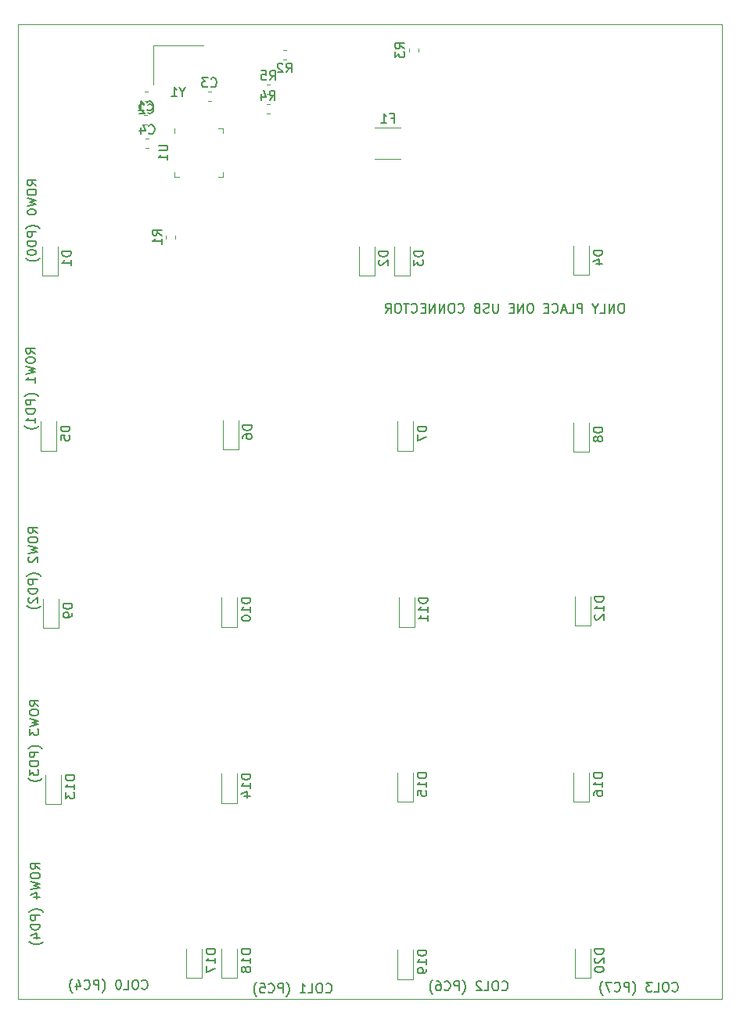
<source format=gbo>
G04 #@! TF.GenerationSoftware,KiCad,Pcbnew,(5.1.2)-2*
G04 #@! TF.CreationDate,2019-06-20T10:34:22-04:00*
G04 #@! TF.ProjectId,macropad,6d616372-6f70-4616-942e-6b696361645f,rev?*
G04 #@! TF.SameCoordinates,Original*
G04 #@! TF.FileFunction,Legend,Bot*
G04 #@! TF.FilePolarity,Positive*
%FSLAX46Y46*%
G04 Gerber Fmt 4.6, Leading zero omitted, Abs format (unit mm)*
G04 Created by KiCad (PCBNEW (5.1.2)-2) date 2019-06-20 10:34:22*
%MOMM*%
%LPD*%
G04 APERTURE LIST*
%ADD10C,0.150000*%
%ADD11C,0.100000*%
%ADD12C,0.120000*%
G04 APERTURE END LIST*
D10*
X98496380Y-55523285D02*
X98020190Y-55189952D01*
X98496380Y-54951857D02*
X97496380Y-54951857D01*
X97496380Y-55332809D01*
X97544000Y-55428047D01*
X97591619Y-55475666D01*
X97686857Y-55523285D01*
X97829714Y-55523285D01*
X97924952Y-55475666D01*
X97972571Y-55428047D01*
X98020190Y-55332809D01*
X98020190Y-54951857D01*
X97496380Y-56142333D02*
X97496380Y-56332809D01*
X97544000Y-56428047D01*
X97639238Y-56523285D01*
X97829714Y-56570904D01*
X98163047Y-56570904D01*
X98353523Y-56523285D01*
X98448761Y-56428047D01*
X98496380Y-56332809D01*
X98496380Y-56142333D01*
X98448761Y-56047095D01*
X98353523Y-55951857D01*
X98163047Y-55904238D01*
X97829714Y-55904238D01*
X97639238Y-55951857D01*
X97544000Y-56047095D01*
X97496380Y-56142333D01*
X97496380Y-56904238D02*
X98496380Y-57142333D01*
X97782095Y-57332809D01*
X98496380Y-57523285D01*
X97496380Y-57761380D01*
X97496380Y-58332809D02*
X97496380Y-58428047D01*
X97544000Y-58523285D01*
X97591619Y-58570904D01*
X97686857Y-58618523D01*
X97877333Y-58666142D01*
X98115428Y-58666142D01*
X98305904Y-58618523D01*
X98401142Y-58570904D01*
X98448761Y-58523285D01*
X98496380Y-58428047D01*
X98496380Y-58332809D01*
X98448761Y-58237571D01*
X98401142Y-58189952D01*
X98305904Y-58142333D01*
X98115428Y-58094714D01*
X97877333Y-58094714D01*
X97686857Y-58142333D01*
X97591619Y-58189952D01*
X97544000Y-58237571D01*
X97496380Y-58332809D01*
X98877333Y-60142333D02*
X98829714Y-60094714D01*
X98686857Y-59999476D01*
X98591619Y-59951857D01*
X98448761Y-59904238D01*
X98210666Y-59856619D01*
X98020190Y-59856619D01*
X97782095Y-59904238D01*
X97639238Y-59951857D01*
X97544000Y-59999476D01*
X97401142Y-60094714D01*
X97353523Y-60142333D01*
X98496380Y-60523285D02*
X97496380Y-60523285D01*
X97496380Y-60904238D01*
X97544000Y-60999476D01*
X97591619Y-61047095D01*
X97686857Y-61094714D01*
X97829714Y-61094714D01*
X97924952Y-61047095D01*
X97972571Y-60999476D01*
X98020190Y-60904238D01*
X98020190Y-60523285D01*
X98496380Y-61523285D02*
X97496380Y-61523285D01*
X97496380Y-61761380D01*
X97544000Y-61904238D01*
X97639238Y-61999476D01*
X97734476Y-62047095D01*
X97924952Y-62094714D01*
X98067809Y-62094714D01*
X98258285Y-62047095D01*
X98353523Y-61999476D01*
X98448761Y-61904238D01*
X98496380Y-61761380D01*
X98496380Y-61523285D01*
X97496380Y-62713761D02*
X97496380Y-62809000D01*
X97544000Y-62904238D01*
X97591619Y-62951857D01*
X97686857Y-62999476D01*
X97877333Y-63047095D01*
X98115428Y-63047095D01*
X98305904Y-62999476D01*
X98401142Y-62951857D01*
X98448761Y-62904238D01*
X98496380Y-62809000D01*
X98496380Y-62713761D01*
X98448761Y-62618523D01*
X98401142Y-62570904D01*
X98305904Y-62523285D01*
X98115428Y-62475666D01*
X97877333Y-62475666D01*
X97686857Y-62523285D01*
X97591619Y-62570904D01*
X97544000Y-62618523D01*
X97496380Y-62713761D01*
X98877333Y-63380428D02*
X98829714Y-63428047D01*
X98686857Y-63523285D01*
X98591619Y-63570904D01*
X98448761Y-63618523D01*
X98210666Y-63666142D01*
X98020190Y-63666142D01*
X97782095Y-63618523D01*
X97639238Y-63570904D01*
X97544000Y-63523285D01*
X97401142Y-63428047D01*
X97353523Y-63380428D01*
X98369380Y-73684285D02*
X97893190Y-73350952D01*
X98369380Y-73112857D02*
X97369380Y-73112857D01*
X97369380Y-73493809D01*
X97417000Y-73589047D01*
X97464619Y-73636666D01*
X97559857Y-73684285D01*
X97702714Y-73684285D01*
X97797952Y-73636666D01*
X97845571Y-73589047D01*
X97893190Y-73493809D01*
X97893190Y-73112857D01*
X97369380Y-74303333D02*
X97369380Y-74493809D01*
X97417000Y-74589047D01*
X97512238Y-74684285D01*
X97702714Y-74731904D01*
X98036047Y-74731904D01*
X98226523Y-74684285D01*
X98321761Y-74589047D01*
X98369380Y-74493809D01*
X98369380Y-74303333D01*
X98321761Y-74208095D01*
X98226523Y-74112857D01*
X98036047Y-74065238D01*
X97702714Y-74065238D01*
X97512238Y-74112857D01*
X97417000Y-74208095D01*
X97369380Y-74303333D01*
X97369380Y-75065238D02*
X98369380Y-75303333D01*
X97655095Y-75493809D01*
X98369380Y-75684285D01*
X97369380Y-75922380D01*
X98369380Y-76827142D02*
X98369380Y-76255714D01*
X98369380Y-76541428D02*
X97369380Y-76541428D01*
X97512238Y-76446190D01*
X97607476Y-76350952D01*
X97655095Y-76255714D01*
X98750333Y-78303333D02*
X98702714Y-78255714D01*
X98559857Y-78160476D01*
X98464619Y-78112857D01*
X98321761Y-78065238D01*
X98083666Y-78017619D01*
X97893190Y-78017619D01*
X97655095Y-78065238D01*
X97512238Y-78112857D01*
X97417000Y-78160476D01*
X97274142Y-78255714D01*
X97226523Y-78303333D01*
X98369380Y-78684285D02*
X97369380Y-78684285D01*
X97369380Y-79065238D01*
X97417000Y-79160476D01*
X97464619Y-79208095D01*
X97559857Y-79255714D01*
X97702714Y-79255714D01*
X97797952Y-79208095D01*
X97845571Y-79160476D01*
X97893190Y-79065238D01*
X97893190Y-78684285D01*
X98369380Y-79684285D02*
X97369380Y-79684285D01*
X97369380Y-79922380D01*
X97417000Y-80065238D01*
X97512238Y-80160476D01*
X97607476Y-80208095D01*
X97797952Y-80255714D01*
X97940809Y-80255714D01*
X98131285Y-80208095D01*
X98226523Y-80160476D01*
X98321761Y-80065238D01*
X98369380Y-79922380D01*
X98369380Y-79684285D01*
X98369380Y-81208095D02*
X98369380Y-80636666D01*
X98369380Y-80922380D02*
X97369380Y-80922380D01*
X97512238Y-80827142D01*
X97607476Y-80731904D01*
X97655095Y-80636666D01*
X98750333Y-81541428D02*
X98702714Y-81589047D01*
X98559857Y-81684285D01*
X98464619Y-81731904D01*
X98321761Y-81779523D01*
X98083666Y-81827142D01*
X97893190Y-81827142D01*
X97655095Y-81779523D01*
X97512238Y-81731904D01*
X97417000Y-81684285D01*
X97274142Y-81589047D01*
X97226523Y-81541428D01*
X98623380Y-93115285D02*
X98147190Y-92781952D01*
X98623380Y-92543857D02*
X97623380Y-92543857D01*
X97623380Y-92924809D01*
X97671000Y-93020047D01*
X97718619Y-93067666D01*
X97813857Y-93115285D01*
X97956714Y-93115285D01*
X98051952Y-93067666D01*
X98099571Y-93020047D01*
X98147190Y-92924809D01*
X98147190Y-92543857D01*
X97623380Y-93734333D02*
X97623380Y-93924809D01*
X97671000Y-94020047D01*
X97766238Y-94115285D01*
X97956714Y-94162904D01*
X98290047Y-94162904D01*
X98480523Y-94115285D01*
X98575761Y-94020047D01*
X98623380Y-93924809D01*
X98623380Y-93734333D01*
X98575761Y-93639095D01*
X98480523Y-93543857D01*
X98290047Y-93496238D01*
X97956714Y-93496238D01*
X97766238Y-93543857D01*
X97671000Y-93639095D01*
X97623380Y-93734333D01*
X97623380Y-94496238D02*
X98623380Y-94734333D01*
X97909095Y-94924809D01*
X98623380Y-95115285D01*
X97623380Y-95353380D01*
X97718619Y-95686714D02*
X97671000Y-95734333D01*
X97623380Y-95829571D01*
X97623380Y-96067666D01*
X97671000Y-96162904D01*
X97718619Y-96210523D01*
X97813857Y-96258142D01*
X97909095Y-96258142D01*
X98051952Y-96210523D01*
X98623380Y-95639095D01*
X98623380Y-96258142D01*
X99004333Y-97734333D02*
X98956714Y-97686714D01*
X98813857Y-97591476D01*
X98718619Y-97543857D01*
X98575761Y-97496238D01*
X98337666Y-97448619D01*
X98147190Y-97448619D01*
X97909095Y-97496238D01*
X97766238Y-97543857D01*
X97671000Y-97591476D01*
X97528142Y-97686714D01*
X97480523Y-97734333D01*
X98623380Y-98115285D02*
X97623380Y-98115285D01*
X97623380Y-98496238D01*
X97671000Y-98591476D01*
X97718619Y-98639095D01*
X97813857Y-98686714D01*
X97956714Y-98686714D01*
X98051952Y-98639095D01*
X98099571Y-98591476D01*
X98147190Y-98496238D01*
X98147190Y-98115285D01*
X98623380Y-99115285D02*
X97623380Y-99115285D01*
X97623380Y-99353380D01*
X97671000Y-99496238D01*
X97766238Y-99591476D01*
X97861476Y-99639095D01*
X98051952Y-99686714D01*
X98194809Y-99686714D01*
X98385285Y-99639095D01*
X98480523Y-99591476D01*
X98575761Y-99496238D01*
X98623380Y-99353380D01*
X98623380Y-99115285D01*
X97718619Y-100067666D02*
X97671000Y-100115285D01*
X97623380Y-100210523D01*
X97623380Y-100448619D01*
X97671000Y-100543857D01*
X97718619Y-100591476D01*
X97813857Y-100639095D01*
X97909095Y-100639095D01*
X98051952Y-100591476D01*
X98623380Y-100020047D01*
X98623380Y-100639095D01*
X99004333Y-100972428D02*
X98956714Y-101020047D01*
X98813857Y-101115285D01*
X98718619Y-101162904D01*
X98575761Y-101210523D01*
X98337666Y-101258142D01*
X98147190Y-101258142D01*
X97909095Y-101210523D01*
X97766238Y-101162904D01*
X97671000Y-101115285D01*
X97528142Y-101020047D01*
X97480523Y-100972428D01*
X98750380Y-111784285D02*
X98274190Y-111450952D01*
X98750380Y-111212857D02*
X97750380Y-111212857D01*
X97750380Y-111593809D01*
X97798000Y-111689047D01*
X97845619Y-111736666D01*
X97940857Y-111784285D01*
X98083714Y-111784285D01*
X98178952Y-111736666D01*
X98226571Y-111689047D01*
X98274190Y-111593809D01*
X98274190Y-111212857D01*
X97750380Y-112403333D02*
X97750380Y-112593809D01*
X97798000Y-112689047D01*
X97893238Y-112784285D01*
X98083714Y-112831904D01*
X98417047Y-112831904D01*
X98607523Y-112784285D01*
X98702761Y-112689047D01*
X98750380Y-112593809D01*
X98750380Y-112403333D01*
X98702761Y-112308095D01*
X98607523Y-112212857D01*
X98417047Y-112165238D01*
X98083714Y-112165238D01*
X97893238Y-112212857D01*
X97798000Y-112308095D01*
X97750380Y-112403333D01*
X97750380Y-113165238D02*
X98750380Y-113403333D01*
X98036095Y-113593809D01*
X98750380Y-113784285D01*
X97750380Y-114022380D01*
X97750380Y-114308095D02*
X97750380Y-114927142D01*
X98131333Y-114593809D01*
X98131333Y-114736666D01*
X98178952Y-114831904D01*
X98226571Y-114879523D01*
X98321809Y-114927142D01*
X98559904Y-114927142D01*
X98655142Y-114879523D01*
X98702761Y-114831904D01*
X98750380Y-114736666D01*
X98750380Y-114450952D01*
X98702761Y-114355714D01*
X98655142Y-114308095D01*
X99131333Y-116403333D02*
X99083714Y-116355714D01*
X98940857Y-116260476D01*
X98845619Y-116212857D01*
X98702761Y-116165238D01*
X98464666Y-116117619D01*
X98274190Y-116117619D01*
X98036095Y-116165238D01*
X97893238Y-116212857D01*
X97798000Y-116260476D01*
X97655142Y-116355714D01*
X97607523Y-116403333D01*
X98750380Y-116784285D02*
X97750380Y-116784285D01*
X97750380Y-117165238D01*
X97798000Y-117260476D01*
X97845619Y-117308095D01*
X97940857Y-117355714D01*
X98083714Y-117355714D01*
X98178952Y-117308095D01*
X98226571Y-117260476D01*
X98274190Y-117165238D01*
X98274190Y-116784285D01*
X98750380Y-117784285D02*
X97750380Y-117784285D01*
X97750380Y-118022380D01*
X97798000Y-118165238D01*
X97893238Y-118260476D01*
X97988476Y-118308095D01*
X98178952Y-118355714D01*
X98321809Y-118355714D01*
X98512285Y-118308095D01*
X98607523Y-118260476D01*
X98702761Y-118165238D01*
X98750380Y-118022380D01*
X98750380Y-117784285D01*
X97750380Y-118689047D02*
X97750380Y-119308095D01*
X98131333Y-118974761D01*
X98131333Y-119117619D01*
X98178952Y-119212857D01*
X98226571Y-119260476D01*
X98321809Y-119308095D01*
X98559904Y-119308095D01*
X98655142Y-119260476D01*
X98702761Y-119212857D01*
X98750380Y-119117619D01*
X98750380Y-118831904D01*
X98702761Y-118736666D01*
X98655142Y-118689047D01*
X99131333Y-119641428D02*
X99083714Y-119689047D01*
X98940857Y-119784285D01*
X98845619Y-119831904D01*
X98702761Y-119879523D01*
X98464666Y-119927142D01*
X98274190Y-119927142D01*
X98036095Y-119879523D01*
X97893238Y-119831904D01*
X97798000Y-119784285D01*
X97655142Y-119689047D01*
X97607523Y-119641428D01*
X98877380Y-129437285D02*
X98401190Y-129103952D01*
X98877380Y-128865857D02*
X97877380Y-128865857D01*
X97877380Y-129246809D01*
X97925000Y-129342047D01*
X97972619Y-129389666D01*
X98067857Y-129437285D01*
X98210714Y-129437285D01*
X98305952Y-129389666D01*
X98353571Y-129342047D01*
X98401190Y-129246809D01*
X98401190Y-128865857D01*
X97877380Y-130056333D02*
X97877380Y-130246809D01*
X97925000Y-130342047D01*
X98020238Y-130437285D01*
X98210714Y-130484904D01*
X98544047Y-130484904D01*
X98734523Y-130437285D01*
X98829761Y-130342047D01*
X98877380Y-130246809D01*
X98877380Y-130056333D01*
X98829761Y-129961095D01*
X98734523Y-129865857D01*
X98544047Y-129818238D01*
X98210714Y-129818238D01*
X98020238Y-129865857D01*
X97925000Y-129961095D01*
X97877380Y-130056333D01*
X97877380Y-130818238D02*
X98877380Y-131056333D01*
X98163095Y-131246809D01*
X98877380Y-131437285D01*
X97877380Y-131675380D01*
X98210714Y-132484904D02*
X98877380Y-132484904D01*
X97829761Y-132246809D02*
X98544047Y-132008714D01*
X98544047Y-132627761D01*
X99258333Y-134056333D02*
X99210714Y-134008714D01*
X99067857Y-133913476D01*
X98972619Y-133865857D01*
X98829761Y-133818238D01*
X98591666Y-133770619D01*
X98401190Y-133770619D01*
X98163095Y-133818238D01*
X98020238Y-133865857D01*
X97925000Y-133913476D01*
X97782142Y-134008714D01*
X97734523Y-134056333D01*
X98877380Y-134437285D02*
X97877380Y-134437285D01*
X97877380Y-134818238D01*
X97925000Y-134913476D01*
X97972619Y-134961095D01*
X98067857Y-135008714D01*
X98210714Y-135008714D01*
X98305952Y-134961095D01*
X98353571Y-134913476D01*
X98401190Y-134818238D01*
X98401190Y-134437285D01*
X98877380Y-135437285D02*
X97877380Y-135437285D01*
X97877380Y-135675380D01*
X97925000Y-135818238D01*
X98020238Y-135913476D01*
X98115476Y-135961095D01*
X98305952Y-136008714D01*
X98448809Y-136008714D01*
X98639285Y-135961095D01*
X98734523Y-135913476D01*
X98829761Y-135818238D01*
X98877380Y-135675380D01*
X98877380Y-135437285D01*
X98210714Y-136865857D02*
X98877380Y-136865857D01*
X97829761Y-136627761D02*
X98544047Y-136389666D01*
X98544047Y-137008714D01*
X99258333Y-137294428D02*
X99210714Y-137342047D01*
X99067857Y-137437285D01*
X98972619Y-137484904D01*
X98829761Y-137532523D01*
X98591666Y-137580142D01*
X98401190Y-137580142D01*
X98163095Y-137532523D01*
X98020238Y-137484904D01*
X97925000Y-137437285D01*
X97782142Y-137342047D01*
X97734523Y-137294428D01*
X167322047Y-142597142D02*
X167369666Y-142644761D01*
X167512523Y-142692380D01*
X167607761Y-142692380D01*
X167750619Y-142644761D01*
X167845857Y-142549523D01*
X167893476Y-142454285D01*
X167941095Y-142263809D01*
X167941095Y-142120952D01*
X167893476Y-141930476D01*
X167845857Y-141835238D01*
X167750619Y-141740000D01*
X167607761Y-141692380D01*
X167512523Y-141692380D01*
X167369666Y-141740000D01*
X167322047Y-141787619D01*
X166703000Y-141692380D02*
X166512523Y-141692380D01*
X166417285Y-141740000D01*
X166322047Y-141835238D01*
X166274428Y-142025714D01*
X166274428Y-142359047D01*
X166322047Y-142549523D01*
X166417285Y-142644761D01*
X166512523Y-142692380D01*
X166703000Y-142692380D01*
X166798238Y-142644761D01*
X166893476Y-142549523D01*
X166941095Y-142359047D01*
X166941095Y-142025714D01*
X166893476Y-141835238D01*
X166798238Y-141740000D01*
X166703000Y-141692380D01*
X165369666Y-142692380D02*
X165845857Y-142692380D01*
X165845857Y-141692380D01*
X165131571Y-141692380D02*
X164512523Y-141692380D01*
X164845857Y-142073333D01*
X164703000Y-142073333D01*
X164607761Y-142120952D01*
X164560142Y-142168571D01*
X164512523Y-142263809D01*
X164512523Y-142501904D01*
X164560142Y-142597142D01*
X164607761Y-142644761D01*
X164703000Y-142692380D01*
X164988714Y-142692380D01*
X165083952Y-142644761D01*
X165131571Y-142597142D01*
X163036333Y-143073333D02*
X163083952Y-143025714D01*
X163179190Y-142882857D01*
X163226809Y-142787619D01*
X163274428Y-142644761D01*
X163322047Y-142406666D01*
X163322047Y-142216190D01*
X163274428Y-141978095D01*
X163226809Y-141835238D01*
X163179190Y-141740000D01*
X163083952Y-141597142D01*
X163036333Y-141549523D01*
X162655380Y-142692380D02*
X162655380Y-141692380D01*
X162274428Y-141692380D01*
X162179190Y-141740000D01*
X162131571Y-141787619D01*
X162083952Y-141882857D01*
X162083952Y-142025714D01*
X162131571Y-142120952D01*
X162179190Y-142168571D01*
X162274428Y-142216190D01*
X162655380Y-142216190D01*
X161083952Y-142597142D02*
X161131571Y-142644761D01*
X161274428Y-142692380D01*
X161369666Y-142692380D01*
X161512523Y-142644761D01*
X161607761Y-142549523D01*
X161655380Y-142454285D01*
X161703000Y-142263809D01*
X161703000Y-142120952D01*
X161655380Y-141930476D01*
X161607761Y-141835238D01*
X161512523Y-141740000D01*
X161369666Y-141692380D01*
X161274428Y-141692380D01*
X161131571Y-141740000D01*
X161083952Y-141787619D01*
X160750619Y-141692380D02*
X160083952Y-141692380D01*
X160512523Y-142692380D01*
X159798238Y-143073333D02*
X159750619Y-143025714D01*
X159655380Y-142882857D01*
X159607761Y-142787619D01*
X159560142Y-142644761D01*
X159512523Y-142406666D01*
X159512523Y-142216190D01*
X159560142Y-141978095D01*
X159607761Y-141835238D01*
X159655380Y-141740000D01*
X159750619Y-141597142D01*
X159798238Y-141549523D01*
X148907047Y-142470142D02*
X148954666Y-142517761D01*
X149097523Y-142565380D01*
X149192761Y-142565380D01*
X149335619Y-142517761D01*
X149430857Y-142422523D01*
X149478476Y-142327285D01*
X149526095Y-142136809D01*
X149526095Y-141993952D01*
X149478476Y-141803476D01*
X149430857Y-141708238D01*
X149335619Y-141613000D01*
X149192761Y-141565380D01*
X149097523Y-141565380D01*
X148954666Y-141613000D01*
X148907047Y-141660619D01*
X148288000Y-141565380D02*
X148097523Y-141565380D01*
X148002285Y-141613000D01*
X147907047Y-141708238D01*
X147859428Y-141898714D01*
X147859428Y-142232047D01*
X147907047Y-142422523D01*
X148002285Y-142517761D01*
X148097523Y-142565380D01*
X148288000Y-142565380D01*
X148383238Y-142517761D01*
X148478476Y-142422523D01*
X148526095Y-142232047D01*
X148526095Y-141898714D01*
X148478476Y-141708238D01*
X148383238Y-141613000D01*
X148288000Y-141565380D01*
X146954666Y-142565380D02*
X147430857Y-142565380D01*
X147430857Y-141565380D01*
X146668952Y-141660619D02*
X146621333Y-141613000D01*
X146526095Y-141565380D01*
X146288000Y-141565380D01*
X146192761Y-141613000D01*
X146145142Y-141660619D01*
X146097523Y-141755857D01*
X146097523Y-141851095D01*
X146145142Y-141993952D01*
X146716571Y-142565380D01*
X146097523Y-142565380D01*
X144621333Y-142946333D02*
X144668952Y-142898714D01*
X144764190Y-142755857D01*
X144811809Y-142660619D01*
X144859428Y-142517761D01*
X144907047Y-142279666D01*
X144907047Y-142089190D01*
X144859428Y-141851095D01*
X144811809Y-141708238D01*
X144764190Y-141613000D01*
X144668952Y-141470142D01*
X144621333Y-141422523D01*
X144240380Y-142565380D02*
X144240380Y-141565380D01*
X143859428Y-141565380D01*
X143764190Y-141613000D01*
X143716571Y-141660619D01*
X143668952Y-141755857D01*
X143668952Y-141898714D01*
X143716571Y-141993952D01*
X143764190Y-142041571D01*
X143859428Y-142089190D01*
X144240380Y-142089190D01*
X142668952Y-142470142D02*
X142716571Y-142517761D01*
X142859428Y-142565380D01*
X142954666Y-142565380D01*
X143097523Y-142517761D01*
X143192761Y-142422523D01*
X143240380Y-142327285D01*
X143288000Y-142136809D01*
X143288000Y-141993952D01*
X143240380Y-141803476D01*
X143192761Y-141708238D01*
X143097523Y-141613000D01*
X142954666Y-141565380D01*
X142859428Y-141565380D01*
X142716571Y-141613000D01*
X142668952Y-141660619D01*
X141811809Y-141565380D02*
X142002285Y-141565380D01*
X142097523Y-141613000D01*
X142145142Y-141660619D01*
X142240380Y-141803476D01*
X142288000Y-141993952D01*
X142288000Y-142374904D01*
X142240380Y-142470142D01*
X142192761Y-142517761D01*
X142097523Y-142565380D01*
X141907047Y-142565380D01*
X141811809Y-142517761D01*
X141764190Y-142470142D01*
X141716571Y-142374904D01*
X141716571Y-142136809D01*
X141764190Y-142041571D01*
X141811809Y-141993952D01*
X141907047Y-141946333D01*
X142097523Y-141946333D01*
X142192761Y-141993952D01*
X142240380Y-142041571D01*
X142288000Y-142136809D01*
X141383238Y-142946333D02*
X141335619Y-142898714D01*
X141240380Y-142755857D01*
X141192761Y-142660619D01*
X141145142Y-142517761D01*
X141097523Y-142279666D01*
X141097523Y-142089190D01*
X141145142Y-141851095D01*
X141192761Y-141708238D01*
X141240380Y-141613000D01*
X141335619Y-141470142D01*
X141383238Y-141422523D01*
X129857047Y-142724142D02*
X129904666Y-142771761D01*
X130047523Y-142819380D01*
X130142761Y-142819380D01*
X130285619Y-142771761D01*
X130380857Y-142676523D01*
X130428476Y-142581285D01*
X130476095Y-142390809D01*
X130476095Y-142247952D01*
X130428476Y-142057476D01*
X130380857Y-141962238D01*
X130285619Y-141867000D01*
X130142761Y-141819380D01*
X130047523Y-141819380D01*
X129904666Y-141867000D01*
X129857047Y-141914619D01*
X129238000Y-141819380D02*
X129047523Y-141819380D01*
X128952285Y-141867000D01*
X128857047Y-141962238D01*
X128809428Y-142152714D01*
X128809428Y-142486047D01*
X128857047Y-142676523D01*
X128952285Y-142771761D01*
X129047523Y-142819380D01*
X129238000Y-142819380D01*
X129333238Y-142771761D01*
X129428476Y-142676523D01*
X129476095Y-142486047D01*
X129476095Y-142152714D01*
X129428476Y-141962238D01*
X129333238Y-141867000D01*
X129238000Y-141819380D01*
X127904666Y-142819380D02*
X128380857Y-142819380D01*
X128380857Y-141819380D01*
X127047523Y-142819380D02*
X127618952Y-142819380D01*
X127333238Y-142819380D02*
X127333238Y-141819380D01*
X127428476Y-141962238D01*
X127523714Y-142057476D01*
X127618952Y-142105095D01*
X125571333Y-143200333D02*
X125618952Y-143152714D01*
X125714190Y-143009857D01*
X125761809Y-142914619D01*
X125809428Y-142771761D01*
X125857047Y-142533666D01*
X125857047Y-142343190D01*
X125809428Y-142105095D01*
X125761809Y-141962238D01*
X125714190Y-141867000D01*
X125618952Y-141724142D01*
X125571333Y-141676523D01*
X125190380Y-142819380D02*
X125190380Y-141819380D01*
X124809428Y-141819380D01*
X124714190Y-141867000D01*
X124666571Y-141914619D01*
X124618952Y-142009857D01*
X124618952Y-142152714D01*
X124666571Y-142247952D01*
X124714190Y-142295571D01*
X124809428Y-142343190D01*
X125190380Y-142343190D01*
X123618952Y-142724142D02*
X123666571Y-142771761D01*
X123809428Y-142819380D01*
X123904666Y-142819380D01*
X124047523Y-142771761D01*
X124142761Y-142676523D01*
X124190380Y-142581285D01*
X124238000Y-142390809D01*
X124238000Y-142247952D01*
X124190380Y-142057476D01*
X124142761Y-141962238D01*
X124047523Y-141867000D01*
X123904666Y-141819380D01*
X123809428Y-141819380D01*
X123666571Y-141867000D01*
X123618952Y-141914619D01*
X122714190Y-141819380D02*
X123190380Y-141819380D01*
X123238000Y-142295571D01*
X123190380Y-142247952D01*
X123095142Y-142200333D01*
X122857047Y-142200333D01*
X122761809Y-142247952D01*
X122714190Y-142295571D01*
X122666571Y-142390809D01*
X122666571Y-142628904D01*
X122714190Y-142724142D01*
X122761809Y-142771761D01*
X122857047Y-142819380D01*
X123095142Y-142819380D01*
X123190380Y-142771761D01*
X123238000Y-142724142D01*
X122333238Y-143200333D02*
X122285619Y-143152714D01*
X122190380Y-143009857D01*
X122142761Y-142914619D01*
X122095142Y-142771761D01*
X122047523Y-142533666D01*
X122047523Y-142343190D01*
X122095142Y-142105095D01*
X122142761Y-141962238D01*
X122190380Y-141867000D01*
X122285619Y-141724142D01*
X122333238Y-141676523D01*
X109918047Y-142343142D02*
X109965666Y-142390761D01*
X110108523Y-142438380D01*
X110203761Y-142438380D01*
X110346619Y-142390761D01*
X110441857Y-142295523D01*
X110489476Y-142200285D01*
X110537095Y-142009809D01*
X110537095Y-141866952D01*
X110489476Y-141676476D01*
X110441857Y-141581238D01*
X110346619Y-141486000D01*
X110203761Y-141438380D01*
X110108523Y-141438380D01*
X109965666Y-141486000D01*
X109918047Y-141533619D01*
X109299000Y-141438380D02*
X109108523Y-141438380D01*
X109013285Y-141486000D01*
X108918047Y-141581238D01*
X108870428Y-141771714D01*
X108870428Y-142105047D01*
X108918047Y-142295523D01*
X109013285Y-142390761D01*
X109108523Y-142438380D01*
X109299000Y-142438380D01*
X109394238Y-142390761D01*
X109489476Y-142295523D01*
X109537095Y-142105047D01*
X109537095Y-141771714D01*
X109489476Y-141581238D01*
X109394238Y-141486000D01*
X109299000Y-141438380D01*
X107965666Y-142438380D02*
X108441857Y-142438380D01*
X108441857Y-141438380D01*
X107441857Y-141438380D02*
X107346619Y-141438380D01*
X107251380Y-141486000D01*
X107203761Y-141533619D01*
X107156142Y-141628857D01*
X107108523Y-141819333D01*
X107108523Y-142057428D01*
X107156142Y-142247904D01*
X107203761Y-142343142D01*
X107251380Y-142390761D01*
X107346619Y-142438380D01*
X107441857Y-142438380D01*
X107537095Y-142390761D01*
X107584714Y-142343142D01*
X107632333Y-142247904D01*
X107679952Y-142057428D01*
X107679952Y-141819333D01*
X107632333Y-141628857D01*
X107584714Y-141533619D01*
X107537095Y-141486000D01*
X107441857Y-141438380D01*
X105632333Y-142819333D02*
X105679952Y-142771714D01*
X105775190Y-142628857D01*
X105822809Y-142533619D01*
X105870428Y-142390761D01*
X105918047Y-142152666D01*
X105918047Y-141962190D01*
X105870428Y-141724095D01*
X105822809Y-141581238D01*
X105775190Y-141486000D01*
X105679952Y-141343142D01*
X105632333Y-141295523D01*
X105251380Y-142438380D02*
X105251380Y-141438380D01*
X104870428Y-141438380D01*
X104775190Y-141486000D01*
X104727571Y-141533619D01*
X104679952Y-141628857D01*
X104679952Y-141771714D01*
X104727571Y-141866952D01*
X104775190Y-141914571D01*
X104870428Y-141962190D01*
X105251380Y-141962190D01*
X103679952Y-142343142D02*
X103727571Y-142390761D01*
X103870428Y-142438380D01*
X103965666Y-142438380D01*
X104108523Y-142390761D01*
X104203761Y-142295523D01*
X104251380Y-142200285D01*
X104299000Y-142009809D01*
X104299000Y-141866952D01*
X104251380Y-141676476D01*
X104203761Y-141581238D01*
X104108523Y-141486000D01*
X103965666Y-141438380D01*
X103870428Y-141438380D01*
X103727571Y-141486000D01*
X103679952Y-141533619D01*
X102822809Y-141771714D02*
X102822809Y-142438380D01*
X103060904Y-141390761D02*
X103299000Y-142105047D01*
X102679952Y-142105047D01*
X102394238Y-142819333D02*
X102346619Y-142771714D01*
X102251380Y-142628857D01*
X102203761Y-142533619D01*
X102156142Y-142390761D01*
X102108523Y-142152666D01*
X102108523Y-141962190D01*
X102156142Y-141724095D01*
X102203761Y-141581238D01*
X102251380Y-141486000D01*
X102346619Y-141343142D01*
X102394238Y-141295523D01*
X161915476Y-68286380D02*
X161725000Y-68286380D01*
X161629761Y-68334000D01*
X161534523Y-68429238D01*
X161486904Y-68619714D01*
X161486904Y-68953047D01*
X161534523Y-69143523D01*
X161629761Y-69238761D01*
X161725000Y-69286380D01*
X161915476Y-69286380D01*
X162010714Y-69238761D01*
X162105952Y-69143523D01*
X162153571Y-68953047D01*
X162153571Y-68619714D01*
X162105952Y-68429238D01*
X162010714Y-68334000D01*
X161915476Y-68286380D01*
X161058333Y-69286380D02*
X161058333Y-68286380D01*
X160486904Y-69286380D01*
X160486904Y-68286380D01*
X159534523Y-69286380D02*
X160010714Y-69286380D01*
X160010714Y-68286380D01*
X159010714Y-68810190D02*
X159010714Y-69286380D01*
X159344047Y-68286380D02*
X159010714Y-68810190D01*
X158677380Y-68286380D01*
X157582142Y-69286380D02*
X157582142Y-68286380D01*
X157201190Y-68286380D01*
X157105952Y-68334000D01*
X157058333Y-68381619D01*
X157010714Y-68476857D01*
X157010714Y-68619714D01*
X157058333Y-68714952D01*
X157105952Y-68762571D01*
X157201190Y-68810190D01*
X157582142Y-68810190D01*
X156105952Y-69286380D02*
X156582142Y-69286380D01*
X156582142Y-68286380D01*
X155820238Y-69000666D02*
X155344047Y-69000666D01*
X155915476Y-69286380D02*
X155582142Y-68286380D01*
X155248809Y-69286380D01*
X154344047Y-69191142D02*
X154391666Y-69238761D01*
X154534523Y-69286380D01*
X154629761Y-69286380D01*
X154772619Y-69238761D01*
X154867857Y-69143523D01*
X154915476Y-69048285D01*
X154963095Y-68857809D01*
X154963095Y-68714952D01*
X154915476Y-68524476D01*
X154867857Y-68429238D01*
X154772619Y-68334000D01*
X154629761Y-68286380D01*
X154534523Y-68286380D01*
X154391666Y-68334000D01*
X154344047Y-68381619D01*
X153915476Y-68762571D02*
X153582142Y-68762571D01*
X153439285Y-69286380D02*
X153915476Y-69286380D01*
X153915476Y-68286380D01*
X153439285Y-68286380D01*
X152058333Y-68286380D02*
X151867857Y-68286380D01*
X151772619Y-68334000D01*
X151677380Y-68429238D01*
X151629761Y-68619714D01*
X151629761Y-68953047D01*
X151677380Y-69143523D01*
X151772619Y-69238761D01*
X151867857Y-69286380D01*
X152058333Y-69286380D01*
X152153571Y-69238761D01*
X152248809Y-69143523D01*
X152296428Y-68953047D01*
X152296428Y-68619714D01*
X152248809Y-68429238D01*
X152153571Y-68334000D01*
X152058333Y-68286380D01*
X151201190Y-69286380D02*
X151201190Y-68286380D01*
X150629761Y-69286380D01*
X150629761Y-68286380D01*
X150153571Y-68762571D02*
X149820238Y-68762571D01*
X149677380Y-69286380D02*
X150153571Y-69286380D01*
X150153571Y-68286380D01*
X149677380Y-68286380D01*
X148486904Y-68286380D02*
X148486904Y-69095904D01*
X148439285Y-69191142D01*
X148391666Y-69238761D01*
X148296428Y-69286380D01*
X148105952Y-69286380D01*
X148010714Y-69238761D01*
X147963095Y-69191142D01*
X147915476Y-69095904D01*
X147915476Y-68286380D01*
X147486904Y-69238761D02*
X147344047Y-69286380D01*
X147105952Y-69286380D01*
X147010714Y-69238761D01*
X146963095Y-69191142D01*
X146915476Y-69095904D01*
X146915476Y-69000666D01*
X146963095Y-68905428D01*
X147010714Y-68857809D01*
X147105952Y-68810190D01*
X147296428Y-68762571D01*
X147391666Y-68714952D01*
X147439285Y-68667333D01*
X147486904Y-68572095D01*
X147486904Y-68476857D01*
X147439285Y-68381619D01*
X147391666Y-68334000D01*
X147296428Y-68286380D01*
X147058333Y-68286380D01*
X146915476Y-68334000D01*
X146153571Y-68762571D02*
X146010714Y-68810190D01*
X145963095Y-68857809D01*
X145915476Y-68953047D01*
X145915476Y-69095904D01*
X145963095Y-69191142D01*
X146010714Y-69238761D01*
X146105952Y-69286380D01*
X146486904Y-69286380D01*
X146486904Y-68286380D01*
X146153571Y-68286380D01*
X146058333Y-68334000D01*
X146010714Y-68381619D01*
X145963095Y-68476857D01*
X145963095Y-68572095D01*
X146010714Y-68667333D01*
X146058333Y-68714952D01*
X146153571Y-68762571D01*
X146486904Y-68762571D01*
X144153571Y-69191142D02*
X144201190Y-69238761D01*
X144344047Y-69286380D01*
X144439285Y-69286380D01*
X144582142Y-69238761D01*
X144677380Y-69143523D01*
X144725000Y-69048285D01*
X144772619Y-68857809D01*
X144772619Y-68714952D01*
X144725000Y-68524476D01*
X144677380Y-68429238D01*
X144582142Y-68334000D01*
X144439285Y-68286380D01*
X144344047Y-68286380D01*
X144201190Y-68334000D01*
X144153571Y-68381619D01*
X143534523Y-68286380D02*
X143344047Y-68286380D01*
X143248809Y-68334000D01*
X143153571Y-68429238D01*
X143105952Y-68619714D01*
X143105952Y-68953047D01*
X143153571Y-69143523D01*
X143248809Y-69238761D01*
X143344047Y-69286380D01*
X143534523Y-69286380D01*
X143629761Y-69238761D01*
X143725000Y-69143523D01*
X143772619Y-68953047D01*
X143772619Y-68619714D01*
X143725000Y-68429238D01*
X143629761Y-68334000D01*
X143534523Y-68286380D01*
X142677380Y-69286380D02*
X142677380Y-68286380D01*
X142105952Y-69286380D01*
X142105952Y-68286380D01*
X141629761Y-69286380D02*
X141629761Y-68286380D01*
X141058333Y-69286380D01*
X141058333Y-68286380D01*
X140582142Y-68762571D02*
X140248809Y-68762571D01*
X140105952Y-69286380D02*
X140582142Y-69286380D01*
X140582142Y-68286380D01*
X140105952Y-68286380D01*
X139105952Y-69191142D02*
X139153571Y-69238761D01*
X139296428Y-69286380D01*
X139391666Y-69286380D01*
X139534523Y-69238761D01*
X139629761Y-69143523D01*
X139677380Y-69048285D01*
X139725000Y-68857809D01*
X139725000Y-68714952D01*
X139677380Y-68524476D01*
X139629761Y-68429238D01*
X139534523Y-68334000D01*
X139391666Y-68286380D01*
X139296428Y-68286380D01*
X139153571Y-68334000D01*
X139105952Y-68381619D01*
X138820238Y-68286380D02*
X138248809Y-68286380D01*
X138534523Y-69286380D02*
X138534523Y-68286380D01*
X137725000Y-68286380D02*
X137534523Y-68286380D01*
X137439285Y-68334000D01*
X137344047Y-68429238D01*
X137296428Y-68619714D01*
X137296428Y-68953047D01*
X137344047Y-69143523D01*
X137439285Y-69238761D01*
X137534523Y-69286380D01*
X137725000Y-69286380D01*
X137820238Y-69238761D01*
X137915476Y-69143523D01*
X137963095Y-68953047D01*
X137963095Y-68619714D01*
X137915476Y-68429238D01*
X137820238Y-68334000D01*
X137725000Y-68286380D01*
X136296428Y-69286380D02*
X136629761Y-68810190D01*
X136867857Y-69286380D02*
X136867857Y-68286380D01*
X136486904Y-68286380D01*
X136391666Y-68334000D01*
X136344047Y-68381619D01*
X136296428Y-68476857D01*
X136296428Y-68619714D01*
X136344047Y-68714952D01*
X136391666Y-68762571D01*
X136486904Y-68810190D01*
X136867857Y-68810190D01*
D11*
X172720000Y-38100000D02*
X121539000Y-38100000D01*
X172720000Y-143510000D02*
X172720000Y-38100000D01*
X96520000Y-143510000D02*
X172720000Y-143510000D01*
X96520000Y-38100000D02*
X96520000Y-143510000D01*
X121539000Y-38100000D02*
X96520000Y-38100000D01*
D12*
X116420000Y-141219000D02*
X116420000Y-138069000D01*
X114720000Y-141219000D02*
X114720000Y-138069000D01*
X116420000Y-141219000D02*
X114720000Y-141219000D01*
X137911252Y-52637000D02*
X135138748Y-52637000D01*
X137911252Y-49217000D02*
X135138748Y-49217000D01*
X111145000Y-40339500D02*
X116545000Y-40339500D01*
X111145000Y-44639500D02*
X111145000Y-40339500D01*
X117383779Y-46357000D02*
X117058221Y-46357000D01*
X117383779Y-45337000D02*
X117058221Y-45337000D01*
X110225721Y-45337000D02*
X110551279Y-45337000D01*
X110225721Y-46357000D02*
X110551279Y-46357000D01*
X113468000Y-49808000D02*
X113468000Y-49333000D01*
X118688000Y-54553000D02*
X118213000Y-54553000D01*
X118688000Y-54078000D02*
X118688000Y-54553000D01*
X118688000Y-49333000D02*
X118213000Y-49333000D01*
X118688000Y-49808000D02*
X118688000Y-49333000D01*
X113468000Y-54553000D02*
X113943000Y-54553000D01*
X113468000Y-54078000D02*
X113468000Y-54553000D01*
X123756267Y-45595000D02*
X123413733Y-45595000D01*
X123756267Y-44575000D02*
X123413733Y-44575000D01*
X123742267Y-47754000D02*
X123399733Y-47754000D01*
X123742267Y-46734000D02*
X123399733Y-46734000D01*
X139829000Y-40708733D02*
X139829000Y-41051267D01*
X138809000Y-40708733D02*
X138809000Y-41051267D01*
X125191733Y-40892000D02*
X125534267Y-40892000D01*
X125191733Y-41912000D02*
X125534267Y-41912000D01*
X113540000Y-60901733D02*
X113540000Y-61244267D01*
X112520000Y-60901733D02*
X112520000Y-61244267D01*
X158457000Y-141219000D02*
X158457000Y-138069000D01*
X156757000Y-141219000D02*
X156757000Y-138069000D01*
X158457000Y-141219000D02*
X156757000Y-141219000D01*
X139280000Y-141346000D02*
X139280000Y-138196000D01*
X137580000Y-141346000D02*
X137580000Y-138196000D01*
X139280000Y-141346000D02*
X137580000Y-141346000D01*
X120230000Y-141219000D02*
X120230000Y-138069000D01*
X118530000Y-141219000D02*
X118530000Y-138069000D01*
X120230000Y-141219000D02*
X118530000Y-141219000D01*
X158330000Y-122169000D02*
X158330000Y-119019000D01*
X156630000Y-122169000D02*
X156630000Y-119019000D01*
X158330000Y-122169000D02*
X156630000Y-122169000D01*
X139280000Y-122169000D02*
X139280000Y-119019000D01*
X137580000Y-122169000D02*
X137580000Y-119019000D01*
X139280000Y-122169000D02*
X137580000Y-122169000D01*
X120230000Y-122296000D02*
X120230000Y-119146000D01*
X118530000Y-122296000D02*
X118530000Y-119146000D01*
X120230000Y-122296000D02*
X118530000Y-122296000D01*
X101180000Y-122423000D02*
X101180000Y-119273000D01*
X99480000Y-122423000D02*
X99480000Y-119273000D01*
X101180000Y-122423000D02*
X99480000Y-122423000D01*
X158457000Y-103119000D02*
X158457000Y-99969000D01*
X156757000Y-103119000D02*
X156757000Y-99969000D01*
X158457000Y-103119000D02*
X156757000Y-103119000D01*
X139407000Y-103246000D02*
X139407000Y-100096000D01*
X137707000Y-103246000D02*
X137707000Y-100096000D01*
X139407000Y-103246000D02*
X137707000Y-103246000D01*
X120230000Y-103246000D02*
X120230000Y-100096000D01*
X118530000Y-103246000D02*
X118530000Y-100096000D01*
X120230000Y-103246000D02*
X118530000Y-103246000D01*
X100926000Y-103373000D02*
X100926000Y-100223000D01*
X99226000Y-103373000D02*
X99226000Y-100223000D01*
X100926000Y-103373000D02*
X99226000Y-103373000D01*
X158330000Y-84323000D02*
X158330000Y-81173000D01*
X156630000Y-84323000D02*
X156630000Y-81173000D01*
X158330000Y-84323000D02*
X156630000Y-84323000D01*
X139280000Y-84196000D02*
X139280000Y-81046000D01*
X137580000Y-84196000D02*
X137580000Y-81046000D01*
X139280000Y-84196000D02*
X137580000Y-84196000D01*
X120357000Y-84069000D02*
X120357000Y-80919000D01*
X118657000Y-84069000D02*
X118657000Y-80919000D01*
X120357000Y-84069000D02*
X118657000Y-84069000D01*
X100672000Y-84196000D02*
X100672000Y-81046000D01*
X98972000Y-84196000D02*
X98972000Y-81046000D01*
X100672000Y-84196000D02*
X98972000Y-84196000D01*
X158330000Y-65166000D02*
X158330000Y-62016000D01*
X156630000Y-65166000D02*
X156630000Y-62016000D01*
X158330000Y-65166000D02*
X156630000Y-65166000D01*
X138899000Y-65273000D02*
X138899000Y-62123000D01*
X137199000Y-65273000D02*
X137199000Y-62123000D01*
X138899000Y-65273000D02*
X137199000Y-65273000D01*
X135089000Y-65273000D02*
X135089000Y-62123000D01*
X133389000Y-65273000D02*
X133389000Y-62123000D01*
X135089000Y-65273000D02*
X133389000Y-65273000D01*
X100799000Y-65273000D02*
X100799000Y-62123000D01*
X99099000Y-65273000D02*
X99099000Y-62123000D01*
X100799000Y-65273000D02*
X99099000Y-65273000D01*
X110675267Y-51437000D02*
X110332733Y-51437000D01*
X110675267Y-50417000D02*
X110332733Y-50417000D01*
X110500279Y-48897000D02*
X110174721Y-48897000D01*
X110500279Y-47877000D02*
X110174721Y-47877000D01*
D10*
X117872380Y-138104714D02*
X116872380Y-138104714D01*
X116872380Y-138342809D01*
X116920000Y-138485666D01*
X117015238Y-138580904D01*
X117110476Y-138628523D01*
X117300952Y-138676142D01*
X117443809Y-138676142D01*
X117634285Y-138628523D01*
X117729523Y-138580904D01*
X117824761Y-138485666D01*
X117872380Y-138342809D01*
X117872380Y-138104714D01*
X117872380Y-139628523D02*
X117872380Y-139057095D01*
X117872380Y-139342809D02*
X116872380Y-139342809D01*
X117015238Y-139247571D01*
X117110476Y-139152333D01*
X117158095Y-139057095D01*
X116872380Y-139961857D02*
X116872380Y-140628523D01*
X117872380Y-140199952D01*
X136858333Y-48205571D02*
X137191666Y-48205571D01*
X137191666Y-48729380D02*
X137191666Y-47729380D01*
X136715476Y-47729380D01*
X135810714Y-48729380D02*
X136382142Y-48729380D01*
X136096428Y-48729380D02*
X136096428Y-47729380D01*
X136191666Y-47872238D01*
X136286904Y-47967476D01*
X136382142Y-48015095D01*
X114321190Y-45415690D02*
X114321190Y-45891880D01*
X114654523Y-44891880D02*
X114321190Y-45415690D01*
X113987857Y-44891880D01*
X113130714Y-45891880D02*
X113702142Y-45891880D01*
X113416428Y-45891880D02*
X113416428Y-44891880D01*
X113511666Y-45034738D01*
X113606904Y-45129976D01*
X113702142Y-45177595D01*
X117387666Y-44774142D02*
X117435285Y-44821761D01*
X117578142Y-44869380D01*
X117673380Y-44869380D01*
X117816238Y-44821761D01*
X117911476Y-44726523D01*
X117959095Y-44631285D01*
X118006714Y-44440809D01*
X118006714Y-44297952D01*
X117959095Y-44107476D01*
X117911476Y-44012238D01*
X117816238Y-43917000D01*
X117673380Y-43869380D01*
X117578142Y-43869380D01*
X117435285Y-43917000D01*
X117387666Y-43964619D01*
X117054333Y-43869380D02*
X116435285Y-43869380D01*
X116768619Y-44250333D01*
X116625761Y-44250333D01*
X116530523Y-44297952D01*
X116482904Y-44345571D01*
X116435285Y-44440809D01*
X116435285Y-44678904D01*
X116482904Y-44774142D01*
X116530523Y-44821761D01*
X116625761Y-44869380D01*
X116911476Y-44869380D01*
X117006714Y-44821761D01*
X117054333Y-44774142D01*
X110555166Y-47634142D02*
X110602785Y-47681761D01*
X110745642Y-47729380D01*
X110840880Y-47729380D01*
X110983738Y-47681761D01*
X111078976Y-47586523D01*
X111126595Y-47491285D01*
X111174214Y-47300809D01*
X111174214Y-47157952D01*
X111126595Y-46967476D01*
X111078976Y-46872238D01*
X110983738Y-46777000D01*
X110840880Y-46729380D01*
X110745642Y-46729380D01*
X110602785Y-46777000D01*
X110555166Y-46824619D01*
X110174214Y-46824619D02*
X110126595Y-46777000D01*
X110031357Y-46729380D01*
X109793261Y-46729380D01*
X109698023Y-46777000D01*
X109650404Y-46824619D01*
X109602785Y-46919857D01*
X109602785Y-47015095D01*
X109650404Y-47157952D01*
X110221833Y-47729380D01*
X109602785Y-47729380D01*
X111710380Y-51181095D02*
X112519904Y-51181095D01*
X112615142Y-51228714D01*
X112662761Y-51276333D01*
X112710380Y-51371571D01*
X112710380Y-51562047D01*
X112662761Y-51657285D01*
X112615142Y-51704904D01*
X112519904Y-51752523D01*
X111710380Y-51752523D01*
X112710380Y-52752523D02*
X112710380Y-52181095D01*
X112710380Y-52466809D02*
X111710380Y-52466809D01*
X111853238Y-52371571D01*
X111948476Y-52276333D01*
X111996095Y-52181095D01*
X123751666Y-44107380D02*
X124085000Y-43631190D01*
X124323095Y-44107380D02*
X124323095Y-43107380D01*
X123942142Y-43107380D01*
X123846904Y-43155000D01*
X123799285Y-43202619D01*
X123751666Y-43297857D01*
X123751666Y-43440714D01*
X123799285Y-43535952D01*
X123846904Y-43583571D01*
X123942142Y-43631190D01*
X124323095Y-43631190D01*
X122846904Y-43107380D02*
X123323095Y-43107380D01*
X123370714Y-43583571D01*
X123323095Y-43535952D01*
X123227857Y-43488333D01*
X122989761Y-43488333D01*
X122894523Y-43535952D01*
X122846904Y-43583571D01*
X122799285Y-43678809D01*
X122799285Y-43916904D01*
X122846904Y-44012142D01*
X122894523Y-44059761D01*
X122989761Y-44107380D01*
X123227857Y-44107380D01*
X123323095Y-44059761D01*
X123370714Y-44012142D01*
X123737666Y-46266380D02*
X124071000Y-45790190D01*
X124309095Y-46266380D02*
X124309095Y-45266380D01*
X123928142Y-45266380D01*
X123832904Y-45314000D01*
X123785285Y-45361619D01*
X123737666Y-45456857D01*
X123737666Y-45599714D01*
X123785285Y-45694952D01*
X123832904Y-45742571D01*
X123928142Y-45790190D01*
X124309095Y-45790190D01*
X122880523Y-45599714D02*
X122880523Y-46266380D01*
X123118619Y-45218761D02*
X123356714Y-45933047D01*
X122737666Y-45933047D01*
X138341380Y-40713333D02*
X137865190Y-40380000D01*
X138341380Y-40141904D02*
X137341380Y-40141904D01*
X137341380Y-40522857D01*
X137389000Y-40618095D01*
X137436619Y-40665714D01*
X137531857Y-40713333D01*
X137674714Y-40713333D01*
X137769952Y-40665714D01*
X137817571Y-40618095D01*
X137865190Y-40522857D01*
X137865190Y-40141904D01*
X137341380Y-41046666D02*
X137341380Y-41665714D01*
X137722333Y-41332380D01*
X137722333Y-41475238D01*
X137769952Y-41570476D01*
X137817571Y-41618095D01*
X137912809Y-41665714D01*
X138150904Y-41665714D01*
X138246142Y-41618095D01*
X138293761Y-41570476D01*
X138341380Y-41475238D01*
X138341380Y-41189523D01*
X138293761Y-41094285D01*
X138246142Y-41046666D01*
X125529666Y-43284380D02*
X125863000Y-42808190D01*
X126101095Y-43284380D02*
X126101095Y-42284380D01*
X125720142Y-42284380D01*
X125624904Y-42332000D01*
X125577285Y-42379619D01*
X125529666Y-42474857D01*
X125529666Y-42617714D01*
X125577285Y-42712952D01*
X125624904Y-42760571D01*
X125720142Y-42808190D01*
X126101095Y-42808190D01*
X125148714Y-42379619D02*
X125101095Y-42332000D01*
X125005857Y-42284380D01*
X124767761Y-42284380D01*
X124672523Y-42332000D01*
X124624904Y-42379619D01*
X124577285Y-42474857D01*
X124577285Y-42570095D01*
X124624904Y-42712952D01*
X125196333Y-43284380D01*
X124577285Y-43284380D01*
X112052380Y-60906333D02*
X111576190Y-60573000D01*
X112052380Y-60334904D02*
X111052380Y-60334904D01*
X111052380Y-60715857D01*
X111100000Y-60811095D01*
X111147619Y-60858714D01*
X111242857Y-60906333D01*
X111385714Y-60906333D01*
X111480952Y-60858714D01*
X111528571Y-60811095D01*
X111576190Y-60715857D01*
X111576190Y-60334904D01*
X112052380Y-61858714D02*
X112052380Y-61287285D01*
X112052380Y-61573000D02*
X111052380Y-61573000D01*
X111195238Y-61477761D01*
X111290476Y-61382523D01*
X111338095Y-61287285D01*
X159909380Y-138104714D02*
X158909380Y-138104714D01*
X158909380Y-138342809D01*
X158957000Y-138485666D01*
X159052238Y-138580904D01*
X159147476Y-138628523D01*
X159337952Y-138676142D01*
X159480809Y-138676142D01*
X159671285Y-138628523D01*
X159766523Y-138580904D01*
X159861761Y-138485666D01*
X159909380Y-138342809D01*
X159909380Y-138104714D01*
X159004619Y-139057095D02*
X158957000Y-139104714D01*
X158909380Y-139199952D01*
X158909380Y-139438047D01*
X158957000Y-139533285D01*
X159004619Y-139580904D01*
X159099857Y-139628523D01*
X159195095Y-139628523D01*
X159337952Y-139580904D01*
X159909380Y-139009476D01*
X159909380Y-139628523D01*
X158909380Y-140247571D02*
X158909380Y-140342809D01*
X158957000Y-140438047D01*
X159004619Y-140485666D01*
X159099857Y-140533285D01*
X159290333Y-140580904D01*
X159528428Y-140580904D01*
X159718904Y-140533285D01*
X159814142Y-140485666D01*
X159861761Y-140438047D01*
X159909380Y-140342809D01*
X159909380Y-140247571D01*
X159861761Y-140152333D01*
X159814142Y-140104714D01*
X159718904Y-140057095D01*
X159528428Y-140009476D01*
X159290333Y-140009476D01*
X159099857Y-140057095D01*
X159004619Y-140104714D01*
X158957000Y-140152333D01*
X158909380Y-140247571D01*
X140732380Y-138231714D02*
X139732380Y-138231714D01*
X139732380Y-138469809D01*
X139780000Y-138612666D01*
X139875238Y-138707904D01*
X139970476Y-138755523D01*
X140160952Y-138803142D01*
X140303809Y-138803142D01*
X140494285Y-138755523D01*
X140589523Y-138707904D01*
X140684761Y-138612666D01*
X140732380Y-138469809D01*
X140732380Y-138231714D01*
X140732380Y-139755523D02*
X140732380Y-139184095D01*
X140732380Y-139469809D02*
X139732380Y-139469809D01*
X139875238Y-139374571D01*
X139970476Y-139279333D01*
X140018095Y-139184095D01*
X140732380Y-140231714D02*
X140732380Y-140422190D01*
X140684761Y-140517428D01*
X140637142Y-140565047D01*
X140494285Y-140660285D01*
X140303809Y-140707904D01*
X139922857Y-140707904D01*
X139827619Y-140660285D01*
X139780000Y-140612666D01*
X139732380Y-140517428D01*
X139732380Y-140326952D01*
X139780000Y-140231714D01*
X139827619Y-140184095D01*
X139922857Y-140136476D01*
X140160952Y-140136476D01*
X140256190Y-140184095D01*
X140303809Y-140231714D01*
X140351428Y-140326952D01*
X140351428Y-140517428D01*
X140303809Y-140612666D01*
X140256190Y-140660285D01*
X140160952Y-140707904D01*
X121682380Y-138104714D02*
X120682380Y-138104714D01*
X120682380Y-138342809D01*
X120730000Y-138485666D01*
X120825238Y-138580904D01*
X120920476Y-138628523D01*
X121110952Y-138676142D01*
X121253809Y-138676142D01*
X121444285Y-138628523D01*
X121539523Y-138580904D01*
X121634761Y-138485666D01*
X121682380Y-138342809D01*
X121682380Y-138104714D01*
X121682380Y-139628523D02*
X121682380Y-139057095D01*
X121682380Y-139342809D02*
X120682380Y-139342809D01*
X120825238Y-139247571D01*
X120920476Y-139152333D01*
X120968095Y-139057095D01*
X121110952Y-140199952D02*
X121063333Y-140104714D01*
X121015714Y-140057095D01*
X120920476Y-140009476D01*
X120872857Y-140009476D01*
X120777619Y-140057095D01*
X120730000Y-140104714D01*
X120682380Y-140199952D01*
X120682380Y-140390428D01*
X120730000Y-140485666D01*
X120777619Y-140533285D01*
X120872857Y-140580904D01*
X120920476Y-140580904D01*
X121015714Y-140533285D01*
X121063333Y-140485666D01*
X121110952Y-140390428D01*
X121110952Y-140199952D01*
X121158571Y-140104714D01*
X121206190Y-140057095D01*
X121301428Y-140009476D01*
X121491904Y-140009476D01*
X121587142Y-140057095D01*
X121634761Y-140104714D01*
X121682380Y-140199952D01*
X121682380Y-140390428D01*
X121634761Y-140485666D01*
X121587142Y-140533285D01*
X121491904Y-140580904D01*
X121301428Y-140580904D01*
X121206190Y-140533285D01*
X121158571Y-140485666D01*
X121110952Y-140390428D01*
X159782380Y-119054714D02*
X158782380Y-119054714D01*
X158782380Y-119292809D01*
X158830000Y-119435666D01*
X158925238Y-119530904D01*
X159020476Y-119578523D01*
X159210952Y-119626142D01*
X159353809Y-119626142D01*
X159544285Y-119578523D01*
X159639523Y-119530904D01*
X159734761Y-119435666D01*
X159782380Y-119292809D01*
X159782380Y-119054714D01*
X159782380Y-120578523D02*
X159782380Y-120007095D01*
X159782380Y-120292809D02*
X158782380Y-120292809D01*
X158925238Y-120197571D01*
X159020476Y-120102333D01*
X159068095Y-120007095D01*
X158782380Y-121435666D02*
X158782380Y-121245190D01*
X158830000Y-121149952D01*
X158877619Y-121102333D01*
X159020476Y-121007095D01*
X159210952Y-120959476D01*
X159591904Y-120959476D01*
X159687142Y-121007095D01*
X159734761Y-121054714D01*
X159782380Y-121149952D01*
X159782380Y-121340428D01*
X159734761Y-121435666D01*
X159687142Y-121483285D01*
X159591904Y-121530904D01*
X159353809Y-121530904D01*
X159258571Y-121483285D01*
X159210952Y-121435666D01*
X159163333Y-121340428D01*
X159163333Y-121149952D01*
X159210952Y-121054714D01*
X159258571Y-121007095D01*
X159353809Y-120959476D01*
X140732380Y-119054714D02*
X139732380Y-119054714D01*
X139732380Y-119292809D01*
X139780000Y-119435666D01*
X139875238Y-119530904D01*
X139970476Y-119578523D01*
X140160952Y-119626142D01*
X140303809Y-119626142D01*
X140494285Y-119578523D01*
X140589523Y-119530904D01*
X140684761Y-119435666D01*
X140732380Y-119292809D01*
X140732380Y-119054714D01*
X140732380Y-120578523D02*
X140732380Y-120007095D01*
X140732380Y-120292809D02*
X139732380Y-120292809D01*
X139875238Y-120197571D01*
X139970476Y-120102333D01*
X140018095Y-120007095D01*
X139732380Y-121483285D02*
X139732380Y-121007095D01*
X140208571Y-120959476D01*
X140160952Y-121007095D01*
X140113333Y-121102333D01*
X140113333Y-121340428D01*
X140160952Y-121435666D01*
X140208571Y-121483285D01*
X140303809Y-121530904D01*
X140541904Y-121530904D01*
X140637142Y-121483285D01*
X140684761Y-121435666D01*
X140732380Y-121340428D01*
X140732380Y-121102333D01*
X140684761Y-121007095D01*
X140637142Y-120959476D01*
X121682380Y-119181714D02*
X120682380Y-119181714D01*
X120682380Y-119419809D01*
X120730000Y-119562666D01*
X120825238Y-119657904D01*
X120920476Y-119705523D01*
X121110952Y-119753142D01*
X121253809Y-119753142D01*
X121444285Y-119705523D01*
X121539523Y-119657904D01*
X121634761Y-119562666D01*
X121682380Y-119419809D01*
X121682380Y-119181714D01*
X121682380Y-120705523D02*
X121682380Y-120134095D01*
X121682380Y-120419809D02*
X120682380Y-120419809D01*
X120825238Y-120324571D01*
X120920476Y-120229333D01*
X120968095Y-120134095D01*
X121015714Y-121562666D02*
X121682380Y-121562666D01*
X120634761Y-121324571D02*
X121349047Y-121086476D01*
X121349047Y-121705523D01*
X102632380Y-119308714D02*
X101632380Y-119308714D01*
X101632380Y-119546809D01*
X101680000Y-119689666D01*
X101775238Y-119784904D01*
X101870476Y-119832523D01*
X102060952Y-119880142D01*
X102203809Y-119880142D01*
X102394285Y-119832523D01*
X102489523Y-119784904D01*
X102584761Y-119689666D01*
X102632380Y-119546809D01*
X102632380Y-119308714D01*
X102632380Y-120832523D02*
X102632380Y-120261095D01*
X102632380Y-120546809D02*
X101632380Y-120546809D01*
X101775238Y-120451571D01*
X101870476Y-120356333D01*
X101918095Y-120261095D01*
X101632380Y-121165857D02*
X101632380Y-121784904D01*
X102013333Y-121451571D01*
X102013333Y-121594428D01*
X102060952Y-121689666D01*
X102108571Y-121737285D01*
X102203809Y-121784904D01*
X102441904Y-121784904D01*
X102537142Y-121737285D01*
X102584761Y-121689666D01*
X102632380Y-121594428D01*
X102632380Y-121308714D01*
X102584761Y-121213476D01*
X102537142Y-121165857D01*
X159909380Y-100004714D02*
X158909380Y-100004714D01*
X158909380Y-100242809D01*
X158957000Y-100385666D01*
X159052238Y-100480904D01*
X159147476Y-100528523D01*
X159337952Y-100576142D01*
X159480809Y-100576142D01*
X159671285Y-100528523D01*
X159766523Y-100480904D01*
X159861761Y-100385666D01*
X159909380Y-100242809D01*
X159909380Y-100004714D01*
X159909380Y-101528523D02*
X159909380Y-100957095D01*
X159909380Y-101242809D02*
X158909380Y-101242809D01*
X159052238Y-101147571D01*
X159147476Y-101052333D01*
X159195095Y-100957095D01*
X159004619Y-101909476D02*
X158957000Y-101957095D01*
X158909380Y-102052333D01*
X158909380Y-102290428D01*
X158957000Y-102385666D01*
X159004619Y-102433285D01*
X159099857Y-102480904D01*
X159195095Y-102480904D01*
X159337952Y-102433285D01*
X159909380Y-101861857D01*
X159909380Y-102480904D01*
X140859380Y-100131714D02*
X139859380Y-100131714D01*
X139859380Y-100369809D01*
X139907000Y-100512666D01*
X140002238Y-100607904D01*
X140097476Y-100655523D01*
X140287952Y-100703142D01*
X140430809Y-100703142D01*
X140621285Y-100655523D01*
X140716523Y-100607904D01*
X140811761Y-100512666D01*
X140859380Y-100369809D01*
X140859380Y-100131714D01*
X140859380Y-101655523D02*
X140859380Y-101084095D01*
X140859380Y-101369809D02*
X139859380Y-101369809D01*
X140002238Y-101274571D01*
X140097476Y-101179333D01*
X140145095Y-101084095D01*
X140859380Y-102607904D02*
X140859380Y-102036476D01*
X140859380Y-102322190D02*
X139859380Y-102322190D01*
X140002238Y-102226952D01*
X140097476Y-102131714D01*
X140145095Y-102036476D01*
X121682380Y-100131714D02*
X120682380Y-100131714D01*
X120682380Y-100369809D01*
X120730000Y-100512666D01*
X120825238Y-100607904D01*
X120920476Y-100655523D01*
X121110952Y-100703142D01*
X121253809Y-100703142D01*
X121444285Y-100655523D01*
X121539523Y-100607904D01*
X121634761Y-100512666D01*
X121682380Y-100369809D01*
X121682380Y-100131714D01*
X121682380Y-101655523D02*
X121682380Y-101084095D01*
X121682380Y-101369809D02*
X120682380Y-101369809D01*
X120825238Y-101274571D01*
X120920476Y-101179333D01*
X120968095Y-101084095D01*
X120682380Y-102274571D02*
X120682380Y-102369809D01*
X120730000Y-102465047D01*
X120777619Y-102512666D01*
X120872857Y-102560285D01*
X121063333Y-102607904D01*
X121301428Y-102607904D01*
X121491904Y-102560285D01*
X121587142Y-102512666D01*
X121634761Y-102465047D01*
X121682380Y-102369809D01*
X121682380Y-102274571D01*
X121634761Y-102179333D01*
X121587142Y-102131714D01*
X121491904Y-102084095D01*
X121301428Y-102036476D01*
X121063333Y-102036476D01*
X120872857Y-102084095D01*
X120777619Y-102131714D01*
X120730000Y-102179333D01*
X120682380Y-102274571D01*
X102378380Y-100734904D02*
X101378380Y-100734904D01*
X101378380Y-100973000D01*
X101426000Y-101115857D01*
X101521238Y-101211095D01*
X101616476Y-101258714D01*
X101806952Y-101306333D01*
X101949809Y-101306333D01*
X102140285Y-101258714D01*
X102235523Y-101211095D01*
X102330761Y-101115857D01*
X102378380Y-100973000D01*
X102378380Y-100734904D01*
X102378380Y-101782523D02*
X102378380Y-101973000D01*
X102330761Y-102068238D01*
X102283142Y-102115857D01*
X102140285Y-102211095D01*
X101949809Y-102258714D01*
X101568857Y-102258714D01*
X101473619Y-102211095D01*
X101426000Y-102163476D01*
X101378380Y-102068238D01*
X101378380Y-101877761D01*
X101426000Y-101782523D01*
X101473619Y-101734904D01*
X101568857Y-101687285D01*
X101806952Y-101687285D01*
X101902190Y-101734904D01*
X101949809Y-101782523D01*
X101997428Y-101877761D01*
X101997428Y-102068238D01*
X101949809Y-102163476D01*
X101902190Y-102211095D01*
X101806952Y-102258714D01*
X159782380Y-81684904D02*
X158782380Y-81684904D01*
X158782380Y-81923000D01*
X158830000Y-82065857D01*
X158925238Y-82161095D01*
X159020476Y-82208714D01*
X159210952Y-82256333D01*
X159353809Y-82256333D01*
X159544285Y-82208714D01*
X159639523Y-82161095D01*
X159734761Y-82065857D01*
X159782380Y-81923000D01*
X159782380Y-81684904D01*
X159210952Y-82827761D02*
X159163333Y-82732523D01*
X159115714Y-82684904D01*
X159020476Y-82637285D01*
X158972857Y-82637285D01*
X158877619Y-82684904D01*
X158830000Y-82732523D01*
X158782380Y-82827761D01*
X158782380Y-83018238D01*
X158830000Y-83113476D01*
X158877619Y-83161095D01*
X158972857Y-83208714D01*
X159020476Y-83208714D01*
X159115714Y-83161095D01*
X159163333Y-83113476D01*
X159210952Y-83018238D01*
X159210952Y-82827761D01*
X159258571Y-82732523D01*
X159306190Y-82684904D01*
X159401428Y-82637285D01*
X159591904Y-82637285D01*
X159687142Y-82684904D01*
X159734761Y-82732523D01*
X159782380Y-82827761D01*
X159782380Y-83018238D01*
X159734761Y-83113476D01*
X159687142Y-83161095D01*
X159591904Y-83208714D01*
X159401428Y-83208714D01*
X159306190Y-83161095D01*
X159258571Y-83113476D01*
X159210952Y-83018238D01*
X140732380Y-81557904D02*
X139732380Y-81557904D01*
X139732380Y-81796000D01*
X139780000Y-81938857D01*
X139875238Y-82034095D01*
X139970476Y-82081714D01*
X140160952Y-82129333D01*
X140303809Y-82129333D01*
X140494285Y-82081714D01*
X140589523Y-82034095D01*
X140684761Y-81938857D01*
X140732380Y-81796000D01*
X140732380Y-81557904D01*
X139732380Y-82462666D02*
X139732380Y-83129333D01*
X140732380Y-82700761D01*
X121809380Y-81430904D02*
X120809380Y-81430904D01*
X120809380Y-81669000D01*
X120857000Y-81811857D01*
X120952238Y-81907095D01*
X121047476Y-81954714D01*
X121237952Y-82002333D01*
X121380809Y-82002333D01*
X121571285Y-81954714D01*
X121666523Y-81907095D01*
X121761761Y-81811857D01*
X121809380Y-81669000D01*
X121809380Y-81430904D01*
X120809380Y-82859476D02*
X120809380Y-82669000D01*
X120857000Y-82573761D01*
X120904619Y-82526142D01*
X121047476Y-82430904D01*
X121237952Y-82383285D01*
X121618904Y-82383285D01*
X121714142Y-82430904D01*
X121761761Y-82478523D01*
X121809380Y-82573761D01*
X121809380Y-82764238D01*
X121761761Y-82859476D01*
X121714142Y-82907095D01*
X121618904Y-82954714D01*
X121380809Y-82954714D01*
X121285571Y-82907095D01*
X121237952Y-82859476D01*
X121190333Y-82764238D01*
X121190333Y-82573761D01*
X121237952Y-82478523D01*
X121285571Y-82430904D01*
X121380809Y-82383285D01*
X102124380Y-81557904D02*
X101124380Y-81557904D01*
X101124380Y-81796000D01*
X101172000Y-81938857D01*
X101267238Y-82034095D01*
X101362476Y-82081714D01*
X101552952Y-82129333D01*
X101695809Y-82129333D01*
X101886285Y-82081714D01*
X101981523Y-82034095D01*
X102076761Y-81938857D01*
X102124380Y-81796000D01*
X102124380Y-81557904D01*
X101124380Y-83034095D02*
X101124380Y-82557904D01*
X101600571Y-82510285D01*
X101552952Y-82557904D01*
X101505333Y-82653142D01*
X101505333Y-82891238D01*
X101552952Y-82986476D01*
X101600571Y-83034095D01*
X101695809Y-83081714D01*
X101933904Y-83081714D01*
X102029142Y-83034095D01*
X102076761Y-82986476D01*
X102124380Y-82891238D01*
X102124380Y-82653142D01*
X102076761Y-82557904D01*
X102029142Y-82510285D01*
X159782380Y-62527904D02*
X158782380Y-62527904D01*
X158782380Y-62766000D01*
X158830000Y-62908857D01*
X158925238Y-63004095D01*
X159020476Y-63051714D01*
X159210952Y-63099333D01*
X159353809Y-63099333D01*
X159544285Y-63051714D01*
X159639523Y-63004095D01*
X159734761Y-62908857D01*
X159782380Y-62766000D01*
X159782380Y-62527904D01*
X159115714Y-63956476D02*
X159782380Y-63956476D01*
X158734761Y-63718380D02*
X159449047Y-63480285D01*
X159449047Y-64099333D01*
X140351380Y-62634904D02*
X139351380Y-62634904D01*
X139351380Y-62873000D01*
X139399000Y-63015857D01*
X139494238Y-63111095D01*
X139589476Y-63158714D01*
X139779952Y-63206333D01*
X139922809Y-63206333D01*
X140113285Y-63158714D01*
X140208523Y-63111095D01*
X140303761Y-63015857D01*
X140351380Y-62873000D01*
X140351380Y-62634904D01*
X139351380Y-63539666D02*
X139351380Y-64158714D01*
X139732333Y-63825380D01*
X139732333Y-63968238D01*
X139779952Y-64063476D01*
X139827571Y-64111095D01*
X139922809Y-64158714D01*
X140160904Y-64158714D01*
X140256142Y-64111095D01*
X140303761Y-64063476D01*
X140351380Y-63968238D01*
X140351380Y-63682523D01*
X140303761Y-63587285D01*
X140256142Y-63539666D01*
X136541380Y-62634904D02*
X135541380Y-62634904D01*
X135541380Y-62873000D01*
X135589000Y-63015857D01*
X135684238Y-63111095D01*
X135779476Y-63158714D01*
X135969952Y-63206333D01*
X136112809Y-63206333D01*
X136303285Y-63158714D01*
X136398523Y-63111095D01*
X136493761Y-63015857D01*
X136541380Y-62873000D01*
X136541380Y-62634904D01*
X135636619Y-63587285D02*
X135589000Y-63634904D01*
X135541380Y-63730142D01*
X135541380Y-63968238D01*
X135589000Y-64063476D01*
X135636619Y-64111095D01*
X135731857Y-64158714D01*
X135827095Y-64158714D01*
X135969952Y-64111095D01*
X136541380Y-63539666D01*
X136541380Y-64158714D01*
X102251380Y-62634904D02*
X101251380Y-62634904D01*
X101251380Y-62873000D01*
X101299000Y-63015857D01*
X101394238Y-63111095D01*
X101489476Y-63158714D01*
X101679952Y-63206333D01*
X101822809Y-63206333D01*
X102013285Y-63158714D01*
X102108523Y-63111095D01*
X102203761Y-63015857D01*
X102251380Y-62873000D01*
X102251380Y-62634904D01*
X102251380Y-64158714D02*
X102251380Y-63587285D01*
X102251380Y-63873000D02*
X101251380Y-63873000D01*
X101394238Y-63777761D01*
X101489476Y-63682523D01*
X101537095Y-63587285D01*
X110670666Y-49854142D02*
X110718285Y-49901761D01*
X110861142Y-49949380D01*
X110956380Y-49949380D01*
X111099238Y-49901761D01*
X111194476Y-49806523D01*
X111242095Y-49711285D01*
X111289714Y-49520809D01*
X111289714Y-49377952D01*
X111242095Y-49187476D01*
X111194476Y-49092238D01*
X111099238Y-48997000D01*
X110956380Y-48949380D01*
X110861142Y-48949380D01*
X110718285Y-48997000D01*
X110670666Y-49044619D01*
X109813523Y-49282714D02*
X109813523Y-49949380D01*
X110051619Y-48901761D02*
X110289714Y-49616047D01*
X109670666Y-49616047D01*
X110504166Y-47314142D02*
X110551785Y-47361761D01*
X110694642Y-47409380D01*
X110789880Y-47409380D01*
X110932738Y-47361761D01*
X111027976Y-47266523D01*
X111075595Y-47171285D01*
X111123214Y-46980809D01*
X111123214Y-46837952D01*
X111075595Y-46647476D01*
X111027976Y-46552238D01*
X110932738Y-46457000D01*
X110789880Y-46409380D01*
X110694642Y-46409380D01*
X110551785Y-46457000D01*
X110504166Y-46504619D01*
X109551785Y-47409380D02*
X110123214Y-47409380D01*
X109837500Y-47409380D02*
X109837500Y-46409380D01*
X109932738Y-46552238D01*
X110027976Y-46647476D01*
X110123214Y-46695095D01*
M02*

</source>
